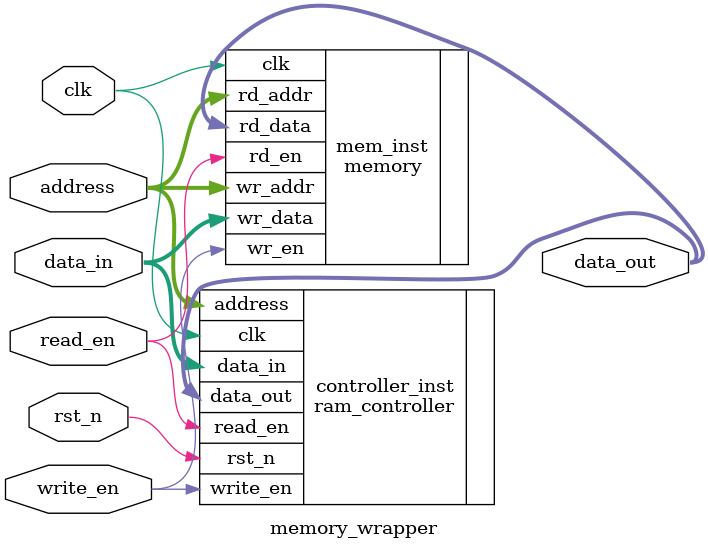
<source format=v>
module memory_wrapper (
    input clk,
    input rst_n,
    input [7:0] address,
    input [7:0] data_in,
    input read_en,
    input write_en,
    output reg [7:0] data_out
);

    // Instantiate the memory module
    memory mem_inst (
        .clk(clk),
        .wr_en(write_en),
        .wr_data(data_in),
        .wr_addr(address),
        .rd_en(read_en),
        .rd_addr(address),
        .rd_data(data_out)
    );

    // Instantiate the RAM controller module
    ram_controller controller_inst (
        .clk(clk),
        .rst_n(rst_n),
        .read_en(read_en),
        .write_en(write_en),
        .address(address),
        .data_in(data_in),
        .data_out(data_out)
    );

endmodule

</source>
